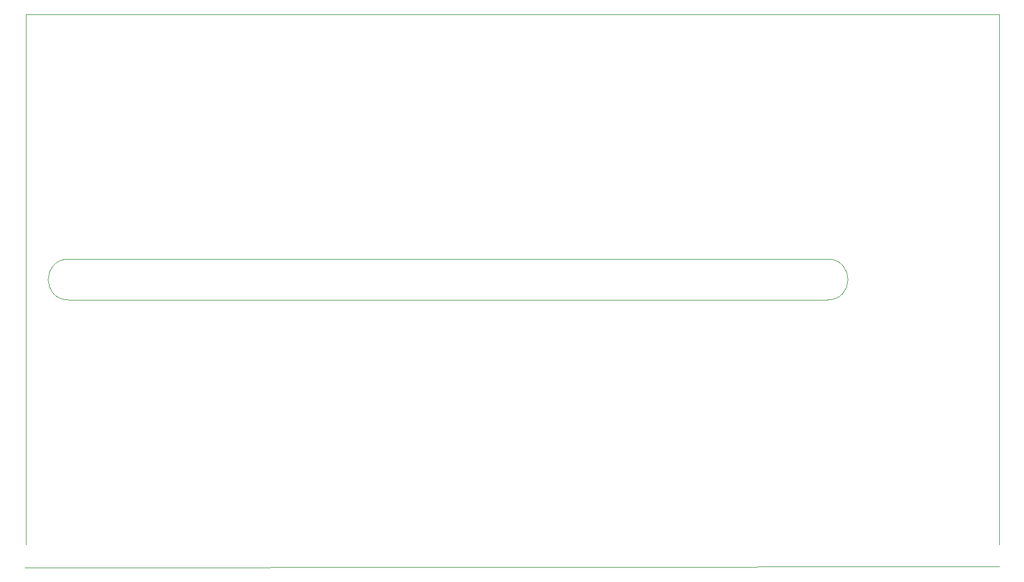
<source format=gm1>
G04 #@! TF.GenerationSoftware,KiCad,Pcbnew,8.0.1*
G04 #@! TF.CreationDate,2024-04-01T00:43:30-05:00*
G04 #@! TF.ProjectId,sneksafe,736e656b-7361-4666-952e-6b696361645f,rev?*
G04 #@! TF.SameCoordinates,Original*
G04 #@! TF.FileFunction,Profile,NP*
%FSLAX46Y46*%
G04 Gerber Fmt 4.6, Leading zero omitted, Abs format (unit mm)*
G04 Created by KiCad (PCBNEW 8.0.1) date 2024-04-01 00:43:30*
%MOMM*%
%LPD*%
G01*
G04 APERTURE LIST*
G04 #@! TA.AperFunction,Profile*
%ADD10C,0.100000*%
G04 #@! TD*
G04 APERTURE END LIST*
D10*
X81000000Y-66000000D02*
X224000000Y-66000000D01*
X198750000Y-102000000D02*
G75*
G02*
X198750000Y-108000000I0J-3000000D01*
G01*
X146000000Y-108000000D02*
X198750000Y-108000000D01*
X80800000Y-147400000D02*
X224000000Y-147200000D01*
X198750000Y-102000000D02*
X146000000Y-102000000D01*
X146000000Y-102000000D02*
X87250000Y-102000000D01*
X87250000Y-108000000D02*
X146000000Y-108000000D01*
X81000000Y-66000000D02*
X81000000Y-144000000D01*
X224000000Y-144000000D02*
X224000000Y-67000000D01*
X224000000Y-66000000D02*
X224000000Y-67000000D01*
X87250000Y-108000000D02*
G75*
G02*
X87250000Y-102000000I0J3000000D01*
G01*
M02*

</source>
